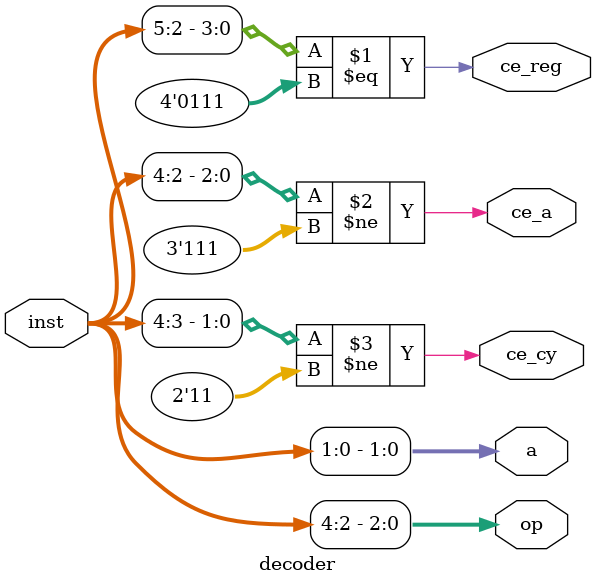
<source format=v>
`ifndef DECODER_V
`define DECODER_V
`default_nettype none

module decoder (
    input [5:0] inst,
    output [2:0] op,
    output [1:0] a,
    output ce_reg,
    output ce_a,
    output ce_cy
);
    assign op = inst[4:2];
    assign a = inst[1:0];
    assign ce_reg = inst[5:2] == 4'b0111;
    assign ce_a = inst[4:2] != 3'b111;
    assign ce_cy = inst[4:3] != 2'b11;
endmodule
`endif

</source>
